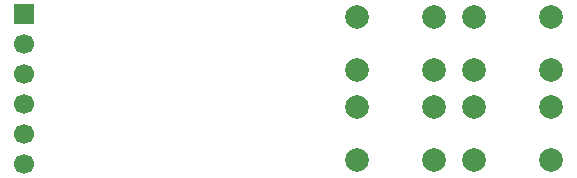
<source format=gbr>
%TF.GenerationSoftware,KiCad,Pcbnew,9.0.6-9.0.6~ubuntu24.04.1*%
%TF.CreationDate,2026-01-17T19:09:58-03:00*%
%TF.ProjectId,cotti_buttons,636f7474-695f-4627-9574-746f6e732e6b,0.0*%
%TF.SameCoordinates,Original*%
%TF.FileFunction,Soldermask,Bot*%
%TF.FilePolarity,Negative*%
%FSLAX46Y46*%
G04 Gerber Fmt 4.6, Leading zero omitted, Abs format (unit mm)*
G04 Created by KiCad (PCBNEW 9.0.6-9.0.6~ubuntu24.04.1) date 2026-01-17 19:09:58*
%MOMM*%
%LPD*%
G01*
G04 APERTURE LIST*
%ADD10C,2.000000*%
%ADD11R,1.700000X1.700000*%
%ADD12C,1.700000*%
G04 APERTURE END LIST*
D10*
%TO.C,SW1*%
X159056000Y-105700000D03*
X165556000Y-105700000D03*
X159056000Y-110200000D03*
X165556000Y-110200000D03*
%TD*%
%TO.C,SW3*%
X159056000Y-113320000D03*
X165556000Y-113320000D03*
X159056000Y-117820000D03*
X165556000Y-117820000D03*
%TD*%
%TO.C,SW2*%
X168962000Y-105700000D03*
X175462000Y-105700000D03*
X168962000Y-110200000D03*
X175462000Y-110200000D03*
%TD*%
D11*
%TO.C,J1*%
X130810000Y-105410000D03*
D12*
X130810000Y-107950000D03*
X130810000Y-110490000D03*
X130810000Y-113030000D03*
X130810000Y-115570000D03*
X130810000Y-118110000D03*
%TD*%
D10*
%TO.C,SW4*%
X168962000Y-113320000D03*
X175462000Y-113320000D03*
X168962000Y-117820000D03*
X175462000Y-117820000D03*
%TD*%
M02*

</source>
